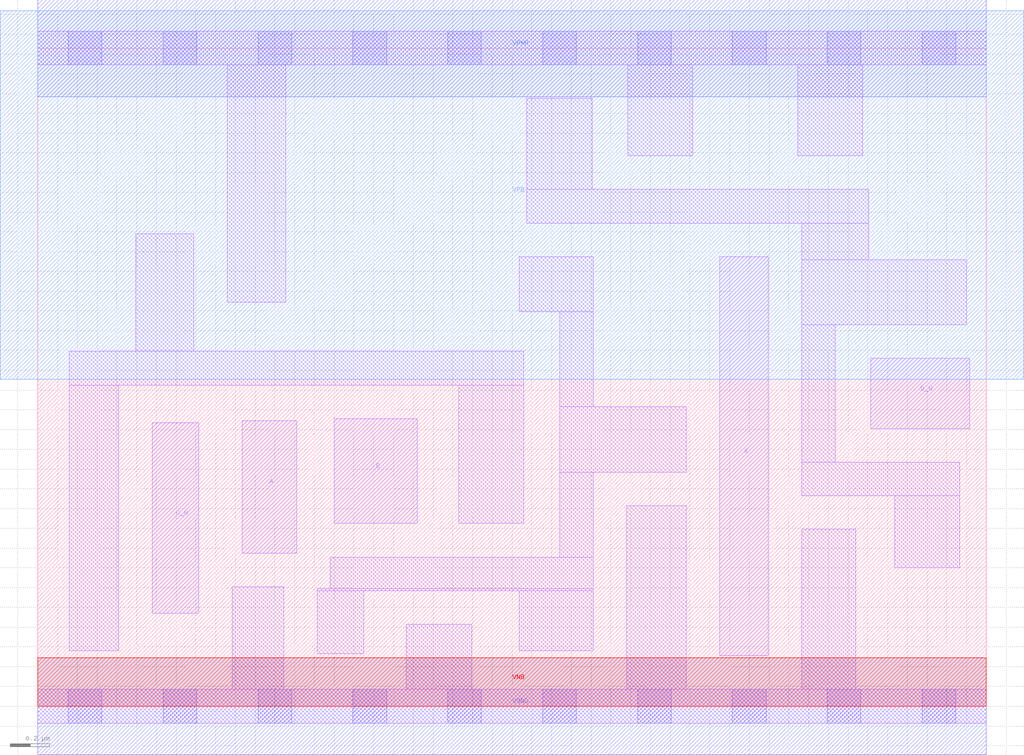
<source format=lef>
# Copyright 2020 The SkyWater PDK Authors
#
# Licensed under the Apache License, Version 2.0 (the "License");
# you may not use this file except in compliance with the License.
# You may obtain a copy of the License at
#
#     https://www.apache.org/licenses/LICENSE-2.0
#
# Unless required by applicable law or agreed to in writing, software
# distributed under the License is distributed on an "AS IS" BASIS,
# WITHOUT WARRANTIES OR CONDITIONS OF ANY KIND, either express or implied.
# See the License for the specific language governing permissions and
# limitations under the License.
#
# SPDX-License-Identifier: Apache-2.0

VERSION 5.7 ;
  NOWIREEXTENSIONATPIN ON ;
  DIVIDERCHAR "/" ;
  BUSBITCHARS "[]" ;
MACRO sky130_fd_sc_lp__or4bb_2
  CLASS CORE ;
  FOREIGN sky130_fd_sc_lp__or4bb_2 ;
  ORIGIN  0.000000  0.000000 ;
  SIZE  4.800000 BY  3.330000 ;
  SYMMETRY X Y R90 ;
  SITE unit ;
  PIN A
    ANTENNAGATEAREA  0.126000 ;
    DIRECTION INPUT ;
    USE SIGNAL ;
    PORT
      LAYER li1 ;
        RECT 1.035000 0.775000 1.310000 1.445000 ;
    END
  END A
  PIN B
    ANTENNAGATEAREA  0.126000 ;
    DIRECTION INPUT ;
    USE SIGNAL ;
    PORT
      LAYER li1 ;
        RECT 1.500000 0.925000 1.920000 1.455000 ;
    END
  END B
  PIN C_N
    ANTENNAGATEAREA  0.126000 ;
    DIRECTION INPUT ;
    USE SIGNAL ;
    PORT
      LAYER li1 ;
        RECT 0.580000 0.470000 0.815000 1.435000 ;
    END
  END C_N
  PIN D_N
    ANTENNAGATEAREA  0.126000 ;
    DIRECTION INPUT ;
    USE SIGNAL ;
    PORT
      LAYER li1 ;
        RECT 4.215000 1.405000 4.715000 1.760000 ;
    END
  END D_N
  PIN X
    ANTENNADIFFAREA  0.588000 ;
    DIRECTION OUTPUT ;
    USE SIGNAL ;
    PORT
      LAYER li1 ;
        RECT 3.450000 0.255000 3.695000 2.275000 ;
    END
  END X
  PIN VGND
    DIRECTION INOUT ;
    USE GROUND ;
    PORT
      LAYER met1 ;
        RECT 0.000000 -0.245000 4.800000 0.245000 ;
    END
  END VGND
  PIN VNB
    DIRECTION INOUT ;
    USE GROUND ;
    PORT
      LAYER pwell ;
        RECT 0.000000 0.000000 4.800000 0.245000 ;
    END
  END VNB
  PIN VPB
    DIRECTION INOUT ;
    USE POWER ;
    PORT
      LAYER nwell ;
        RECT -0.190000 1.655000 4.990000 3.520000 ;
    END
  END VPB
  PIN VPWR
    DIRECTION INOUT ;
    USE POWER ;
    PORT
      LAYER met1 ;
        RECT 0.000000 3.085000 4.800000 3.575000 ;
    END
  END VPWR
  OBS
    LAYER li1 ;
      RECT 0.000000 -0.085000 4.800000 0.085000 ;
      RECT 0.000000  3.245000 4.800000 3.415000 ;
      RECT 0.160000  0.280000 0.410000 1.625000 ;
      RECT 0.160000  1.625000 2.460000 1.795000 ;
      RECT 0.495000  1.795000 0.790000 2.390000 ;
      RECT 0.960000  2.045000 1.255000 3.245000 ;
      RECT 0.985000  0.085000 1.245000 0.605000 ;
      RECT 1.415000  0.265000 1.650000 0.585000 ;
      RECT 1.415000  0.585000 2.810000 0.595000 ;
      RECT 1.480000  0.595000 2.810000 0.755000 ;
      RECT 1.865000  0.085000 2.195000 0.415000 ;
      RECT 2.130000  0.925000 2.460000 1.625000 ;
      RECT 2.435000  0.280000 2.810000 0.585000 ;
      RECT 2.435000  1.995000 2.810000 2.275000 ;
      RECT 2.475000  2.445000 4.205000 2.615000 ;
      RECT 2.475000  2.615000 2.805000 3.075000 ;
      RECT 2.640000  0.755000 2.810000 1.185000 ;
      RECT 2.640000  1.185000 3.280000 1.515000 ;
      RECT 2.640000  1.515000 2.810000 1.995000 ;
      RECT 2.980000  0.085000 3.280000 1.015000 ;
      RECT 2.985000  2.785000 3.315000 3.245000 ;
      RECT 3.845000  2.785000 4.175000 3.245000 ;
      RECT 3.865000  0.085000 4.140000 0.895000 ;
      RECT 3.865000  1.065000 4.665000 1.235000 ;
      RECT 3.865000  1.235000 4.035000 1.930000 ;
      RECT 3.865000  1.930000 4.700000 2.260000 ;
      RECT 3.865000  2.260000 4.205000 2.445000 ;
      RECT 4.335000  0.700000 4.665000 1.065000 ;
    LAYER mcon ;
      RECT 0.155000 -0.085000 0.325000 0.085000 ;
      RECT 0.155000  3.245000 0.325000 3.415000 ;
      RECT 0.635000 -0.085000 0.805000 0.085000 ;
      RECT 0.635000  3.245000 0.805000 3.415000 ;
      RECT 1.115000 -0.085000 1.285000 0.085000 ;
      RECT 1.115000  3.245000 1.285000 3.415000 ;
      RECT 1.595000 -0.085000 1.765000 0.085000 ;
      RECT 1.595000  3.245000 1.765000 3.415000 ;
      RECT 2.075000 -0.085000 2.245000 0.085000 ;
      RECT 2.075000  3.245000 2.245000 3.415000 ;
      RECT 2.555000 -0.085000 2.725000 0.085000 ;
      RECT 2.555000  3.245000 2.725000 3.415000 ;
      RECT 3.035000 -0.085000 3.205000 0.085000 ;
      RECT 3.035000  3.245000 3.205000 3.415000 ;
      RECT 3.515000 -0.085000 3.685000 0.085000 ;
      RECT 3.515000  3.245000 3.685000 3.415000 ;
      RECT 3.995000 -0.085000 4.165000 0.085000 ;
      RECT 3.995000  3.245000 4.165000 3.415000 ;
      RECT 4.475000 -0.085000 4.645000 0.085000 ;
      RECT 4.475000  3.245000 4.645000 3.415000 ;
  END
END sky130_fd_sc_lp__or4bb_2
END LIBRARY

</source>
